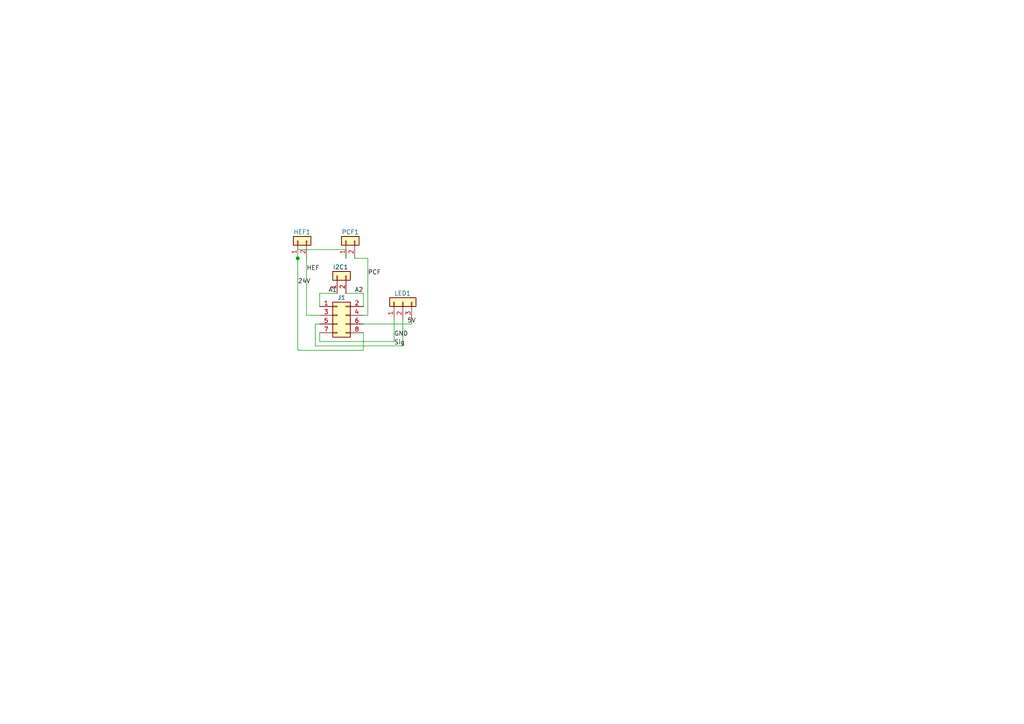
<source format=kicad_sch>
(kicad_sch (version 20211123) (generator eeschema)
  (paper "A4")
  (lib_symbols
    (symbol "Connector_Generic:Conn_01x02" (pin_names (offset 1.016) hide)
      (property "Reference" "J" (at 0 2.54 0))
      (property "Value" "Conn_01x02" (at 0 -5.08 0))
      (symbol "Conn_01x02_1_1"
        (rectangle (start -1.27 -2.413) (end 0 -2.667) (stroke (width 0.1524)))
        (rectangle (start -1.27 0.127) (end 0 -0.127) (stroke (width 0.1524)))
        (rectangle (start -1.27 1.27) (end 1.27 -3.81) (stroke (width 0.254)) (fill (type background)))
        (pin passive line (at -5.08 0 0) (length 3.81) (name "Pin_1") (number "1"))
        (pin passive line (at -5.08 -2.54 0) (length 3.81) (name "Pin_2") (number "2"))
      )
    )
    (symbol "Connector_Generic:Conn_01x03" (pin_names (offset 1.016) hide)
      (property "Reference" "J" (at 0 5.08 0))
      (property "Value" "Conn_01x03" (at 0 -5.08 0))
      (symbol "Conn_01x03_1_1"
        (rectangle (start -1.27 -2.413) (end 0 -2.667) (stroke (width 0.1524)))
        (rectangle (start -1.27 0.127) (end 0 -0.127) (stroke (width 0.1524)))
        (rectangle (start -1.27 2.667) (end 0 2.413) (stroke (width 0.1524)))
        (rectangle (start -1.27 3.81) (end 1.27 -3.81) (stroke (width 0.254)) (fill (type background)))
        (pin passive line (at -5.08 2.54 0) (length 3.81) (name "Pin_1") (number "1"))
        (pin passive line (at -5.08 0 0) (length 3.81) (name "Pin_2") (number "2"))
        (pin passive line (at -5.08 -2.54 0) (length 3.81) (name "Pin_3") (number "3"))
      )
    )
    (symbol "Connector_Generic:Conn_02x04_Odd_Even" (pin_names (offset 1.016) hide)
      (property "Reference" "J" (at 1.27 5.08 0))
      (property "Value" "Conn_02x04_Odd_Even" (at 1.27 -7.62 0))
      (symbol "Conn_02x04_Odd_Even_1_1"
        (rectangle (start -1.27 -4.953) (end 0 -5.207) (stroke (width 0.1524)))
        (rectangle (start -1.27 -2.413) (end 0 -2.667) (stroke (width 0.1524)))
        (rectangle (start -1.27 0.127) (end 0 -0.127) (stroke (width 0.1524)))
        (rectangle (start -1.27 2.667) (end 0 2.413) (stroke (width 0.1524)))
        (rectangle (start -1.27 3.81) (end 3.81 -6.35) (stroke (width 0.254)) (fill (type background)))
        (rectangle (start 3.81 -4.953) (end 2.54 -5.207) (stroke (width 0.1524)))
        (rectangle (start 3.81 -2.413) (end 2.54 -2.667) (stroke (width 0.1524)))
        (rectangle (start 3.81 0.127) (end 2.54 -0.127) (stroke (width 0.1524)))
        (rectangle (start 3.81 2.667) (end 2.54 2.413) (stroke (width 0.1524)))
        (pin passive line (at -5.08 2.54 0) (length 3.81) (name "Pin_1") (number "1"))
        (pin passive line (at 7.62 2.54 180) (length 3.81) (name "Pin_2") (number "2"))
        (pin passive line (at -5.08 0 0) (length 3.81) (name "Pin_3") (number "3"))
        (pin passive line (at 7.62 0 180) (length 3.81) (name "Pin_4") (number "4"))
        (pin passive line (at -5.08 -2.54 0) (length 3.81) (name "Pin_5") (number "5"))
        (pin passive line (at 7.62 -2.54 180) (length 3.81) (name "Pin_6") (number "6"))
        (pin passive line (at -5.08 -5.08 0) (length 3.81) (name "Pin_7") (number "7"))
        (pin passive line (at 7.62 -5.08 180) (length 3.81) (name "Pin_8") (number "8"))
      )
    )
  )
  (junction (at 86.36 74.93))
  (wire (pts (xy 91.44 93.98) (xy 92.71 93.98)))
  (wire (pts (xy 91.44 100.33) (xy 91.44 93.98)))
  (wire (pts (xy 106.68 74.93) (xy 106.68 91.44)))
  (wire (pts (xy 86.36 72.39) (xy 86.36 74.93)))
  (wire (pts (xy 106.68 91.44) (xy 105.41 91.44)))
  (wire (pts (xy 88.9 91.44) (xy 92.71 91.44)))
  (wire (pts (xy 86.36 74.93) (xy 86.36 101.6)))
  (wire (pts (xy 92.71 99.06) (xy 92.71 96.52)))
  (wire (pts (xy 100.33 72.39) (xy 86.36 72.39)))
  (wire (pts (xy 86.36 101.6) (xy 105.41 101.6)))
  (wire (pts (xy 100.33 74.93) (xy 100.33 72.39)))
  (wire (pts (xy 88.9 74.93) (xy 88.9 91.44)))
  (wire (pts (xy 119.38 92.71) (xy 119.38 93.98)))
  (wire (pts (xy 116.84 92.71) (xy 116.84 100.33)))
  (wire (pts (xy 92.71 85.09) (xy 97.79 85.09)))
  (wire (pts (xy 105.41 88.9) (xy 105.41 85.09)))
  (wire (pts (xy 114.3 99.06) (xy 92.71 99.06)))
  (wire (pts (xy 92.71 88.9) (xy 92.71 85.09)))
  (wire (pts (xy 105.41 101.6) (xy 105.41 96.52)))
  (wire (pts (xy 119.38 93.98) (xy 105.41 93.98)))
  (wire (pts (xy 116.84 100.33) (xy 91.44 100.33)))
  (wire (pts (xy 105.41 85.09) (xy 100.33 85.09)))
  (wire (pts (xy 114.3 92.71) (xy 114.3 99.06)))
  (wire (pts (xy 102.87 74.93) (xy 106.68 74.93)))
  (label "A2" (at 102.87 85.09 0))
  (label "Sig" (at 114.3 100.33 0))
  (label "5V" (at 118.11 93.98 0))
  (label "GND" (at 114.3 97.79 0))
  (label "PCF" (at 106.68 80.01 0))
  (label "24V" (at 86.36 82.55 0))
  (label "HEF" (at 88.9 78.74 0))
  (label "A1" (at 95.25 85.09 0))
  (symbol (lib_id "Connector_Generic:Conn_02x04_Odd_Even") (at 97.79 91.44 0) (unit 1)
    (property "Reference" "J1" (at 99.06 86.36 0))
    (property "Value" "Conn_02x04_Odd_Even" (effects hide))
    (property "Footprint" "Connector_PinHeader_2.54mm:PinHeader_2x04_P2.54mm_Vertical" (effects hide))
  )
  (symbol (lib_id "Connector_Generic:Conn_01x02") (at 86.36 69.85 90) (unit 1)
    (property "Reference" "HEF1" (at 85.09 67.31 90) (effects (justify right)))
    (property "Value" "Conn_01x02" (effects hide))
    (property "Footprint" "Connector_JST:JST_XH_B2B-XH-A_1x02_P2.50mm_Vertical" (effects hide))
  )
  (symbol (lib_id "Connector_Generic:Conn_01x02") (at 97.79 80.01 90) (unit 1)
    (property "Reference" "I2C1" (at 96.52 77.47 90) (effects (justify right)))
    (property "Value" "Conn_01x02" (effects hide))
    (property "Footprint" "Connector_JST:JST_XH_B2B-XH-A_1x02_P2.50mm_Vertical" (effects hide))
  )
  (symbol (lib_id "Connector_Generic:Conn_01x03") (at 116.84 87.63 90) (unit 1)
    (property "Reference" "LED1" (at 114.3 85.09 90) (effects (justify right)))
    (property "Value" "Conn_01x03" (effects hide))
    (property "Footprint" "Connector_JST:JST_XH_B3B-XH-A_1x03_P2.50mm_Vertical" (effects hide))
  )
  (symbol (lib_id "Connector_Generic:Conn_01x02") (at 100.33 69.85 90) (unit 1)
    (property "Reference" "PCF1" (at 99.06 67.31 90) (effects (justify right)))
    (property "Value" "Conn_01x02" (effects hide))
    (property "Footprint" "Connector_JST:JST_XH_B2B-XH-A_1x02_P2.50mm_Vertical" (effects hide))
  )
)
</source>
